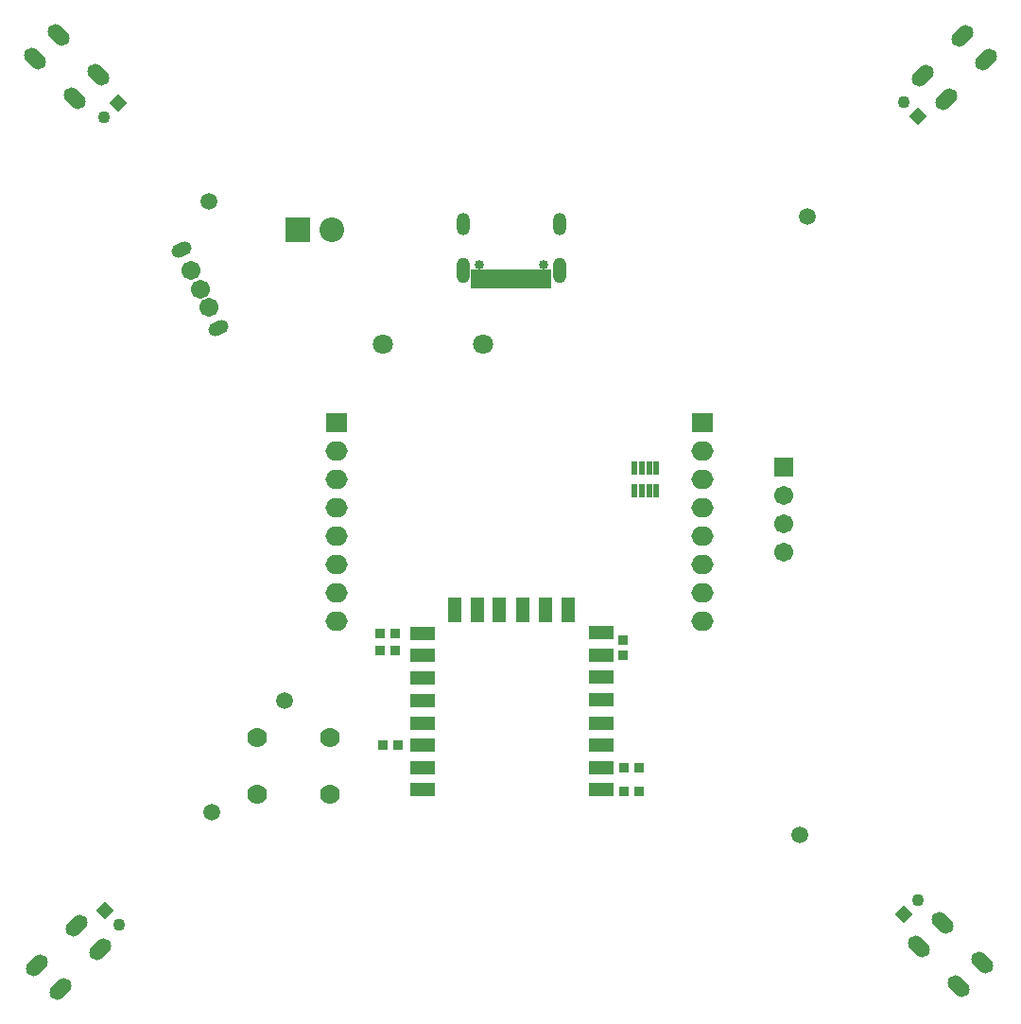
<source format=gbs>
G04 Layer_Color=16711935*
%FSLAX25Y25*%
%MOIN*%
G70*
G01*
G75*
%ADD90R,0.03800X0.03800*%
%ADD91R,0.03800X0.03800*%
%ADD93R,0.02178X0.04737*%
%ADD94R,0.02178X0.04737*%
%ADD119C,0.06706*%
G04:AMPARAMS|DCode=120|XSize=47.37mil|YSize=74mil|CornerRadius=0mil|HoleSize=0mil|Usage=FLASHONLY|Rotation=295.000|XOffset=0mil|YOffset=0mil|HoleType=Round|Shape=Round|*
%AMOVALD120*
21,1,0.02663,0.04737,0.00000,0.00000,25.0*
1,1,0.04737,-0.01207,-0.00563*
1,1,0.04737,0.01207,0.00563*
%
%ADD120OVALD120*%

%ADD121O,0.04737X0.07887*%
%ADD122O,0.04737X0.09068*%
%ADD123C,0.03359*%
%ADD124C,0.04343*%
%ADD125P,0.06142X4X360.0*%
%ADD126C,0.05918*%
%ADD127C,0.07000*%
%ADD128C,0.07099*%
%ADD129R,0.08674X0.08674*%
%ADD130C,0.08674*%
%ADD131P,0.06142X4X270.0*%
%ADD132O,0.07800X0.06800*%
%ADD133R,0.07800X0.06800*%
%ADD134R,0.06706X0.06706*%
G04:AMPARAMS|DCode=135|XSize=55.24mil|YSize=86.74mil|CornerRadius=0mil|HoleSize=0mil|Usage=FLASHONLY|Rotation=135.000|XOffset=0mil|YOffset=0mil|HoleType=Round|Shape=Round|*
%AMOVALD135*
21,1,0.03150,0.05524,0.00000,0.00000,225.0*
1,1,0.05524,0.01114,0.01114*
1,1,0.05524,-0.01114,-0.01114*
%
%ADD135OVALD135*%

G04:AMPARAMS|DCode=136|XSize=55.24mil|YSize=86.74mil|CornerRadius=0mil|HoleSize=0mil|Usage=FLASHONLY|Rotation=45.000|XOffset=0mil|YOffset=0mil|HoleType=Round|Shape=Round|*
%AMOVALD136*
21,1,0.03150,0.05524,0.00000,0.00000,135.0*
1,1,0.05524,0.01114,-0.01114*
1,1,0.05524,-0.01114,0.01114*
%
%ADD136OVALD136*%

%ADD137R,0.01981X0.06706*%
%ADD138R,0.04737X0.08674*%
%ADD139R,0.08674X0.04737*%
D90*
X560494Y382750D02*
D03*
X560500Y377300D02*
D03*
D91*
X480250Y385006D02*
D03*
X474800Y385000D02*
D03*
X480250Y379006D02*
D03*
X474800Y379000D02*
D03*
X481250Y345711D02*
D03*
X475800Y345705D02*
D03*
X566250Y337837D02*
D03*
X560800Y337831D02*
D03*
X566250Y329506D02*
D03*
X560800Y329500D02*
D03*
D93*
X564661Y443429D02*
D03*
X567220D02*
D03*
X569779D02*
D03*
X572339Y443429D02*
D03*
X564661Y435545D02*
D03*
X567220D02*
D03*
X569779D02*
D03*
D94*
X572339D02*
D03*
D119*
X408372Y513141D02*
D03*
X411542Y506344D02*
D03*
X414500Y500000D02*
D03*
X617200Y413800D02*
D03*
Y423800D02*
D03*
Y433800D02*
D03*
D120*
X404991Y520392D02*
D03*
X417881Y492750D02*
D03*
D121*
X538130Y529370D02*
D03*
X504114D02*
D03*
D122*
X538130Y513031D02*
D03*
X504114D02*
D03*
D123*
X532500Y515000D02*
D03*
X509744D02*
D03*
D124*
X382966Y282534D02*
D03*
X659534Y572466D02*
D03*
X377534Y567034D02*
D03*
X664466Y291213D02*
D03*
D125*
X377963Y287537D02*
D03*
X664537Y567463D02*
D03*
D126*
X415500Y322000D02*
D03*
X441200Y361300D02*
D03*
X625500Y532000D02*
D03*
X414500Y537500D02*
D03*
X623000Y314000D02*
D03*
D127*
X457200Y328400D02*
D03*
X431609D02*
D03*
X457200Y348400D02*
D03*
X431609D02*
D03*
D128*
X511216Y487000D02*
D03*
X475783D02*
D03*
D129*
X446000Y527500D02*
D03*
D130*
X457811D02*
D03*
D131*
X382537Y572037D02*
D03*
X659463Y286211D02*
D03*
D132*
X459500Y399500D02*
D03*
Y419500D02*
D03*
Y429500D02*
D03*
Y439500D02*
D03*
Y449500D02*
D03*
Y409500D02*
D03*
Y389500D02*
D03*
X588500Y399500D02*
D03*
Y419500D02*
D03*
Y429500D02*
D03*
Y439500D02*
D03*
Y449500D02*
D03*
Y409500D02*
D03*
Y389500D02*
D03*
D133*
X459500Y459500D02*
D03*
X588500D02*
D03*
D134*
X617200Y443800D02*
D03*
D135*
X367784Y282136D02*
D03*
X376135Y273784D02*
D03*
X362216Y259864D02*
D03*
X353865Y268216D02*
D03*
X674716Y573364D02*
D03*
X666364Y581716D02*
D03*
X680284Y595636D02*
D03*
X688635Y587284D02*
D03*
D136*
X375636Y582216D02*
D03*
X367284Y573865D02*
D03*
X353364Y587784D02*
D03*
X361716Y596136D02*
D03*
X664864Y274784D02*
D03*
X673216Y283136D02*
D03*
X687136Y269216D02*
D03*
X678784Y260864D02*
D03*
D137*
X507933Y510079D02*
D03*
X511083D02*
D03*
X512264D02*
D03*
X514232D02*
D03*
X516201D02*
D03*
X518169D02*
D03*
X520138D02*
D03*
X522106D02*
D03*
X524075D02*
D03*
X526043D02*
D03*
X528012D02*
D03*
X529980D02*
D03*
X531161D02*
D03*
X533130D02*
D03*
X534311D02*
D03*
X509114D02*
D03*
D138*
X541087Y393368D02*
D03*
X533087D02*
D03*
X525087D02*
D03*
X517008D02*
D03*
X509087D02*
D03*
X501087D02*
D03*
D139*
X490008Y385154D02*
D03*
X553000Y385311D02*
D03*
Y377279D02*
D03*
Y369563D02*
D03*
Y361610D02*
D03*
Y353500D02*
D03*
Y345705D02*
D03*
Y337752D02*
D03*
Y329957D02*
D03*
X490008Y330075D02*
D03*
Y337831D02*
D03*
Y345705D02*
D03*
Y353461D02*
D03*
Y361492D02*
D03*
Y369406D02*
D03*
Y377240D02*
D03*
M02*

</source>
